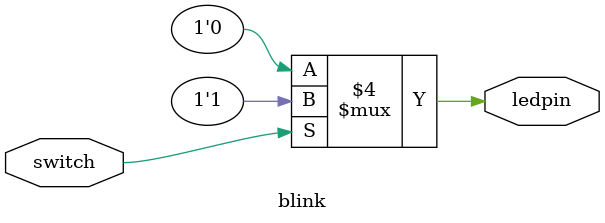
<source format=v>
`timescale 1ns / 1ps

module blink(
	switch,	// clock signal
	ledpin	// LED pin
    );

	// inputs and outputs
	input switch;

	output ledpin;
	reg ledpin = 0;	

always @(*)
begin
	if(switch)
		ledpin <= 1'b1;
	else
		ledpin <= 1'b0;
end
endmodule
</source>
